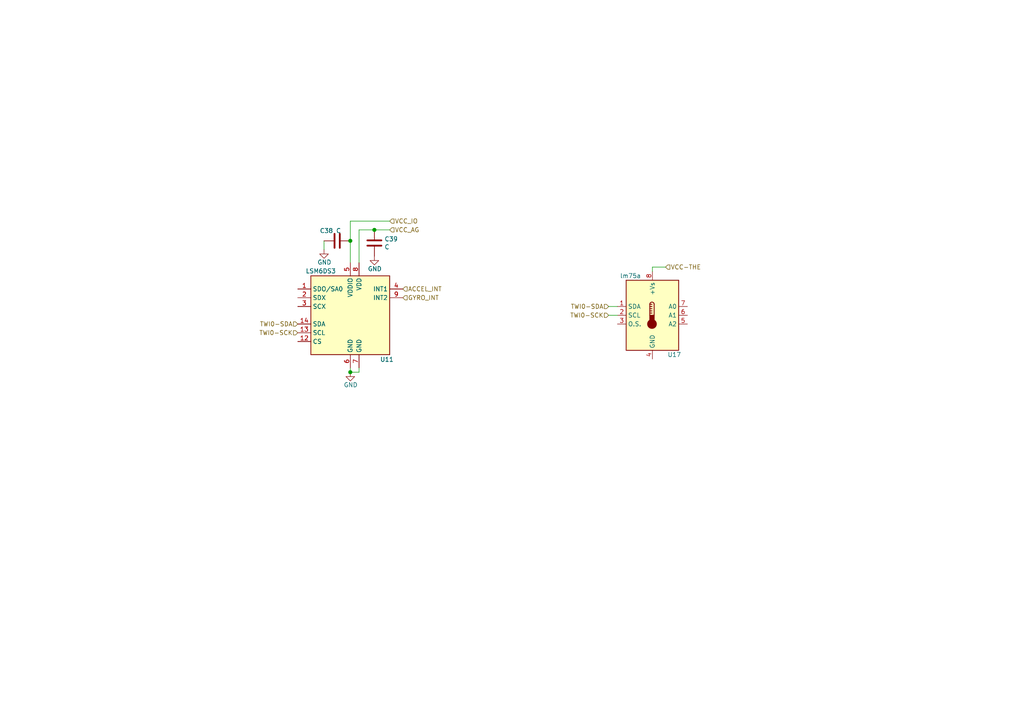
<source format=kicad_sch>
(kicad_sch (version 20210406) (generator eeschema)
  (paper "A4")
  (lib_symbols
    (symbol "Device:C" (pin_numbers hide) (pin_names (offset 0.254))
      (property "Reference" "C" (at 0.635 2.54 0))
      (property "Value" "C" (at 0.635 -2.54 0))
      (symbol "C_0_1"
        (polyline (pts (xy -2.032 -0.762) (xy 2.032 -0.762)) (stroke (width 0.508)))
        (polyline (pts (xy -2.032 0.762) (xy 2.032 0.762)) (stroke (width 0.508)))
      )
      (symbol "C_1_1"
        (pin passive line (at 0 3.81 270) (length 2.794) (name "~") (number "1"))
        (pin passive line (at 0 -3.81 90) (length 2.794) (name "~") (number "2"))
      )
    )
    (symbol "Sensor_Motion:LSM6DS3"
      (property "Reference" "U" (at -11.43 15.24 0))
      (property "Value" "LSM6DS3" (at -11.43 12.7 0))
      (symbol "LSM6DS3_0_1"
        (rectangle (start 11.43 11.43) (end -11.43 -11.43) (stroke (width 0.254)) (fill (type background)))
      )
      (symbol "LSM6DS3_1_1"
        (pin bidirectional line (at -15.24 7.62 0) (length 3.81) (name "SDO/SA0") (number "1"))
        (pin no_connect line (at 10.16 -5.08 180) (length 3.81) hide (name "NC") (number "10"))
        (pin no_connect line (at 10.16 -2.54 180) (length 3.81) hide (name "NC") (number "11"))
        (pin input line (at -15.24 -7.62 0) (length 3.81) (name "CS") (number "12"))
        (pin input line (at -15.24 -5.08 0) (length 3.81) (name "SCL") (number "13"))
        (pin bidirectional line (at -15.24 -2.54 0) (length 3.81) (name "SDA") (number "14"))
        (pin bidirectional line (at -15.24 5.08 0) (length 3.81) (name "SDX") (number "2"))
        (pin input line (at -15.24 2.54 0) (length 3.81) (name "SCX") (number "3"))
        (pin output line (at 15.24 7.62 180) (length 3.81) (name "INT1") (number "4"))
        (pin power_in line (at 0 15.24 270) (length 3.81) (name "VDDIO") (number "5"))
        (pin power_in line (at 0 -15.24 90) (length 3.81) (name "GND") (number "6"))
        (pin power_in line (at 2.54 -15.24 90) (length 3.81) (name "GND") (number "7"))
        (pin power_in line (at 2.54 15.24 270) (length 3.81) (name "VDD") (number "8"))
        (pin output line (at 15.24 5.08 180) (length 3.81) (name "INT2") (number "9"))
      )
    )
    (symbol "lm75a:lm75a"
      (property "Reference" "U" (at 6.35 -11.43 0))
      (property "Value" "lm75a" (at -6.35 11.43 0))
      (symbol "lm75a_0_1"
        (arc (start 0.508 3.175) (end -0.762 3.175) (radius (at -0.127 3.175) (length 0.635) (angles 0.1 179.9)) (stroke (width 0.254)))
        (circle (center -0.127 -2.54) (radius 1.27) (stroke (width 0.254)) (fill (type outline)))
        (rectangle (start 0.508 -1.905) (end -0.762 0) (stroke (width 0.254)) (fill (type outline)))
        (rectangle (start -7.62 10.16) (end 7.62 -10.16) (stroke (width 0.254)) (fill (type background)))
        (polyline (pts (xy -0.762 0.635) (xy -0.127 0.635)) (stroke (width 0.254)))
        (polyline (pts (xy -0.762 1.27) (xy -0.127 1.27)) (stroke (width 0.254)))
        (polyline (pts (xy -0.762 1.905) (xy -0.127 1.905)) (stroke (width 0.254)))
        (polyline (pts (xy -0.762 2.54) (xy -0.127 2.54)) (stroke (width 0.254)))
        (polyline (pts (xy -0.762 3.175) (xy -0.762 0)) (stroke (width 0.254)))
        (polyline (pts (xy -0.762 3.175) (xy -0.127 3.175)) (stroke (width 0.254)))
        (polyline (pts (xy 0.508 3.175) (xy 0.508 0)) (stroke (width 0.254)))
      )
      (symbol "lm75a_1_1"
        (pin bidirectional line (at -10.16 2.54 0) (length 2.54) (name "SDA") (number "1"))
        (pin input line (at -10.16 0 0) (length 2.54) (name "SCL") (number "2"))
        (pin open_collector line (at -10.16 -2.54 0) (length 2.54) (name "O.S.") (number "3"))
        (pin power_in line (at 0 -12.7 90) (length 2.54) (name "GND") (number "4"))
        (pin input line (at 10.16 -2.54 180) (length 2.54) (name "A2") (number "5"))
        (pin input line (at 10.16 0 180) (length 2.54) (name "A1") (number "6"))
        (pin input line (at 10.16 2.54 180) (length 2.54) (name "A0") (number "7"))
        (pin power_in line (at 0 12.7 270) (length 2.54) (name "+Vs") (number "8"))
      )
    )
    (symbol "power:GND" (power) (pin_names (offset 0))
      (property "Value" "GND" (at 0 -3.81 0))
      (symbol "GND_0_1"
        (polyline (pts (xy 0 0) (xy 0 -1.27) (xy 1.27 -1.27) (xy 0 -2.54) (xy -1.27 -1.27) (xy 0 -1.27)))
      )
      (symbol "GND_1_1"
        (pin power_in line (at 0 0 270) (length 0) hide (name "GND") (number "1"))
      )
    )
  )
  (junction (at 101.6 69.85) (diameter 1.016))
  (junction (at 101.6 107.95) (diameter 1.016))
  (junction (at 108.585 66.675) (diameter 1.016))
  (wire (pts (xy 93.98 69.85) (xy 93.98 72.39)))
  (wire (pts (xy 101.6 64.135) (xy 101.6 69.85)))
  (wire (pts (xy 101.6 69.85) (xy 101.6 76.2)))
  (wire (pts (xy 101.6 106.68) (xy 101.6 107.95)))
  (wire (pts (xy 101.6 107.95) (xy 104.14 107.95)))
  (wire (pts (xy 104.14 66.675) (xy 104.14 76.2)))
  (wire (pts (xy 104.14 107.95) (xy 104.14 106.68)))
  (wire (pts (xy 108.585 66.675) (xy 104.14 66.675)))
  (wire (pts (xy 113.03 64.135) (xy 101.6 64.135)))
  (wire (pts (xy 113.03 66.675) (xy 108.585 66.675)))
  (wire (pts (xy 176.53 88.9) (xy 179.07 88.9)))
  (wire (pts (xy 179.07 91.44) (xy 176.53 91.44)))
  (wire (pts (xy 189.23 77.47) (xy 189.23 78.74)))
  (wire (pts (xy 193.04 77.47) (xy 189.23 77.47)))
  (hierarchical_label "TWI0-SDA" (shape input) (at 86.36 93.98 180))
  (hierarchical_label "TWI0-SCK" (shape input) (at 86.36 96.52 180))
  (hierarchical_label "VCC_IO" (shape input) (at 113.03 64.135 0))
  (hierarchical_label "VCC_AG" (shape input) (at 113.03 66.675 0))
  (hierarchical_label "ACCEL_INT" (shape input) (at 116.84 83.82 0))
  (hierarchical_label "GYRO_INT" (shape input) (at 116.84 86.36 0))
  (hierarchical_label "TWI0-SDA" (shape input) (at 176.53 88.9 180))
  (hierarchical_label "TWI0-SCK" (shape input) (at 176.53 91.44 180))
  (hierarchical_label "VCC-THE" (shape input) (at 193.04 77.47 0))
  (symbol (lib_id "power:GND") (at 93.98 72.39 0) (unit 1)
    (property "Reference" "#PWR0166" (effects hide))
    (property "Value" "GND" (at 94.0943 76.0794 0))
  )
  (symbol (lib_id "power:GND") (at 101.6 107.95 0) (unit 1)
    (property "Reference" "#PWR0167" (effects hide))
    (property "Value" "GND" (at 101.7143 111.6394 0))
  )
  (symbol (lib_id "power:GND") (at 108.585 74.295 0) (unit 1)
    (property "Reference" "#PWR0165" (effects hide))
    (property "Value" "GND" (at 108.6993 77.9844 0))
  )
  (symbol (lib_id "Device:C") (at 97.79 69.85 90) (unit 1)
    (property "Reference" "C38" (at 96.6406 66.9289 90) (effects (justify left)))
    (property "Value" "C" (at 98.9393 66.9289 90) (effects (justify left)))
  )
  (symbol (lib_id "Device:C") (at 108.585 70.485 0) (unit 1)
    (property "Reference" "C39" (at 111.5061 69.3356 0) (effects (justify left)))
    (property "Value" "C" (at 111.5061 71.6343 0) (effects (justify left)))
  )
  (symbol (lib_id "lm75a:lm75a") (at 189.23 91.44 0) (unit 1)
    (property "Reference" "U17" (at 195.58 102.87 0))
    (property "Value" "lm75a" (at 182.88 80.01 0))
    (property "Footprint" "Package_SO:SOP-8_3.76x4.96mm_P1.27mm" (effects hide))
  )
  (symbol (lib_id "Sensor_Motion:LSM6DS3") (at 101.6 91.44 0) (unit 1)
    (property "Reference" "U11" (at 110.2361 104.2606 0) (effects (justify left)))
    (property "Value" "LSM6DS3" (at 88.6461 78.6193 0) (effects (justify left)))
    (property "Footprint" "Package_LGA:LGA-14_3x2.5mm_P0.5mm_LayoutBorder3x4y" (effects hide))
    (property "Datasheet" "www.st.com/resource/en/datasheet/lsm6ds3.pdf" (effects hide))
  )
)
</source>
